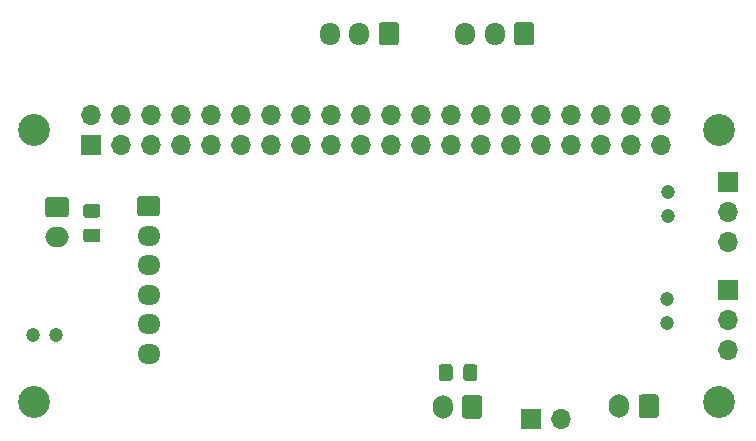
<source format=gbr>
%TF.GenerationSoftware,KiCad,Pcbnew,(5.1.10)-1*%
%TF.CreationDate,2023-05-11T15:26:33-07:00*%
%TF.ProjectId,CUBOTino2,4355424f-5469-46e6-9f32-2e6b69636164,rev?*%
%TF.SameCoordinates,Original*%
%TF.FileFunction,Soldermask,Bot*%
%TF.FilePolarity,Negative*%
%FSLAX46Y46*%
G04 Gerber Fmt 4.6, Leading zero omitted, Abs format (unit mm)*
G04 Created by KiCad (PCBNEW (5.1.10)-1) date 2023-05-11 15:26:33*
%MOMM*%
%LPD*%
G01*
G04 APERTURE LIST*
%ADD10O,1.700000X2.000000*%
%ADD11O,2.000000X1.700000*%
%ADD12O,1.950000X1.700000*%
%ADD13O,1.700000X1.700000*%
%ADD14R,1.700000X1.700000*%
%ADD15O,1.700000X1.950000*%
%ADD16C,1.200000*%
%ADD17C,2.700000*%
G04 APERTURE END LIST*
D10*
%TO.C,J6*%
X153550000Y-86850000D03*
G36*
G01*
X156900000Y-86100000D02*
X156900000Y-87600000D01*
G75*
G02*
X156650000Y-87850000I-250000J0D01*
G01*
X155450000Y-87850000D01*
G75*
G02*
X155200000Y-87600000I0J250000D01*
G01*
X155200000Y-86100000D01*
G75*
G02*
X155450000Y-85850000I250000J0D01*
G01*
X156650000Y-85850000D01*
G75*
G02*
X156900000Y-86100000I0J-250000D01*
G01*
G37*
%TD*%
%TO.C,J4*%
X138600000Y-86900000D03*
G36*
G01*
X141950000Y-86150000D02*
X141950000Y-87650000D01*
G75*
G02*
X141700000Y-87900000I-250000J0D01*
G01*
X140500000Y-87900000D01*
G75*
G02*
X140250000Y-87650000I0J250000D01*
G01*
X140250000Y-86150000D01*
G75*
G02*
X140500000Y-85900000I250000J0D01*
G01*
X141700000Y-85900000D01*
G75*
G02*
X141950000Y-86150000I0J-250000D01*
G01*
G37*
%TD*%
D11*
%TO.C,J2*%
X105950000Y-72500000D03*
G36*
G01*
X105200000Y-69150000D02*
X106700000Y-69150000D01*
G75*
G02*
X106950000Y-69400000I0J-250000D01*
G01*
X106950000Y-70600000D01*
G75*
G02*
X106700000Y-70850000I-250000J0D01*
G01*
X105200000Y-70850000D01*
G75*
G02*
X104950000Y-70600000I0J250000D01*
G01*
X104950000Y-69400000D01*
G75*
G02*
X105200000Y-69150000I250000J0D01*
G01*
G37*
%TD*%
D12*
%TO.C,J3*%
X113700000Y-82400000D03*
X113700000Y-79900000D03*
X113700000Y-77400000D03*
X113700000Y-74900000D03*
X113700000Y-72400000D03*
G36*
G01*
X112975000Y-69050000D02*
X114425000Y-69050000D01*
G75*
G02*
X114675000Y-69300000I0J-250000D01*
G01*
X114675000Y-70500000D01*
G75*
G02*
X114425000Y-70750000I-250000J0D01*
G01*
X112975000Y-70750000D01*
G75*
G02*
X112725000Y-70500000I0J250000D01*
G01*
X112725000Y-69300000D01*
G75*
G02*
X112975000Y-69050000I250000J0D01*
G01*
G37*
%TD*%
D13*
%TO.C,J8*%
X162800000Y-82080000D03*
X162800000Y-79540000D03*
D14*
X162800000Y-77000000D03*
%TD*%
D13*
%TO.C,J7*%
X162800000Y-72980000D03*
X162800000Y-70440000D03*
D14*
X162800000Y-67900000D03*
%TD*%
D15*
%TO.C,J10*%
X129050000Y-55300000D03*
X131550000Y-55300000D03*
G36*
G01*
X134900000Y-54575000D02*
X134900000Y-56025000D01*
G75*
G02*
X134650000Y-56275000I-250000J0D01*
G01*
X133450000Y-56275000D01*
G75*
G02*
X133200000Y-56025000I0J250000D01*
G01*
X133200000Y-54575000D01*
G75*
G02*
X133450000Y-54325000I250000J0D01*
G01*
X134650000Y-54325000D01*
G75*
G02*
X134900000Y-54575000I0J-250000D01*
G01*
G37*
%TD*%
%TO.C,J9*%
X140500000Y-55300000D03*
X143000000Y-55300000D03*
G36*
G01*
X146350000Y-54575000D02*
X146350000Y-56025000D01*
G75*
G02*
X146100000Y-56275000I-250000J0D01*
G01*
X144900000Y-56275000D01*
G75*
G02*
X144650000Y-56025000I0J250000D01*
G01*
X144650000Y-54575000D01*
G75*
G02*
X144900000Y-54325000I250000J0D01*
G01*
X146100000Y-54325000D01*
G75*
G02*
X146350000Y-54575000I0J-250000D01*
G01*
G37*
%TD*%
D16*
%TO.C,C7*%
X157700000Y-68700000D03*
X157700000Y-70700000D03*
%TD*%
%TO.C,C6*%
X157600000Y-77800000D03*
X157600000Y-79800000D03*
%TD*%
%TO.C,C1*%
X105900000Y-80800000D03*
X103900000Y-80800000D03*
%TD*%
D17*
%TO.C,H4*%
X162000000Y-86500000D03*
%TD*%
%TO.C,H3*%
X104000000Y-86500000D03*
%TD*%
%TO.C,H2*%
X162000000Y-63500000D03*
%TD*%
%TO.C,H1*%
X104000000Y-63500000D03*
%TD*%
%TO.C,C4*%
G36*
G01*
X108425000Y-71800000D02*
X109375000Y-71800000D01*
G75*
G02*
X109625000Y-72050000I0J-250000D01*
G01*
X109625000Y-72725000D01*
G75*
G02*
X109375000Y-72975000I-250000J0D01*
G01*
X108425000Y-72975000D01*
G75*
G02*
X108175000Y-72725000I0J250000D01*
G01*
X108175000Y-72050000D01*
G75*
G02*
X108425000Y-71800000I250000J0D01*
G01*
G37*
G36*
G01*
X108425000Y-69725000D02*
X109375000Y-69725000D01*
G75*
G02*
X109625000Y-69975000I0J-250000D01*
G01*
X109625000Y-70650000D01*
G75*
G02*
X109375000Y-70900000I-250000J0D01*
G01*
X108425000Y-70900000D01*
G75*
G02*
X108175000Y-70650000I0J250000D01*
G01*
X108175000Y-69975000D01*
G75*
G02*
X108425000Y-69725000I250000J0D01*
G01*
G37*
%TD*%
%TO.C,C2*%
G36*
G01*
X139450000Y-83525000D02*
X139450000Y-84475000D01*
G75*
G02*
X139200000Y-84725000I-250000J0D01*
G01*
X138525000Y-84725000D01*
G75*
G02*
X138275000Y-84475000I0J250000D01*
G01*
X138275000Y-83525000D01*
G75*
G02*
X138525000Y-83275000I250000J0D01*
G01*
X139200000Y-83275000D01*
G75*
G02*
X139450000Y-83525000I0J-250000D01*
G01*
G37*
G36*
G01*
X141525000Y-83525000D02*
X141525000Y-84475000D01*
G75*
G02*
X141275000Y-84725000I-250000J0D01*
G01*
X140600000Y-84725000D01*
G75*
G02*
X140350000Y-84475000I0J250000D01*
G01*
X140350000Y-83525000D01*
G75*
G02*
X140600000Y-83275000I250000J0D01*
G01*
X141275000Y-83275000D01*
G75*
G02*
X141525000Y-83525000I0J-250000D01*
G01*
G37*
%TD*%
D13*
%TO.C,J5*%
X148590000Y-87950000D03*
D14*
X146050000Y-87950000D03*
%TD*%
D13*
%TO.C,J1*%
X157130000Y-62230000D03*
X157130000Y-64770000D03*
X154590000Y-62230000D03*
X154590000Y-64770000D03*
X152050000Y-62230000D03*
X152050000Y-64770000D03*
X149510000Y-62230000D03*
X149510000Y-64770000D03*
X146970000Y-62230000D03*
X146970000Y-64770000D03*
X144430000Y-62230000D03*
X144430000Y-64770000D03*
X141890000Y-62230000D03*
X141890000Y-64770000D03*
X139350000Y-62230000D03*
X139350000Y-64770000D03*
X136810000Y-62230000D03*
X136810000Y-64770000D03*
X134270000Y-62230000D03*
X134270000Y-64770000D03*
X131730000Y-62230000D03*
X131730000Y-64770000D03*
X129190000Y-62230000D03*
X129190000Y-64770000D03*
X126650000Y-62230000D03*
X126650000Y-64770000D03*
X124110000Y-62230000D03*
X124110000Y-64770000D03*
X121570000Y-62230000D03*
X121570000Y-64770000D03*
X119030000Y-62230000D03*
X119030000Y-64770000D03*
X116490000Y-62230000D03*
X116490000Y-64770000D03*
X113950000Y-62230000D03*
X113950000Y-64770000D03*
X111410000Y-62230000D03*
X111410000Y-64770000D03*
X108870000Y-62230000D03*
D14*
X108870000Y-64770000D03*
%TD*%
M02*

</source>
